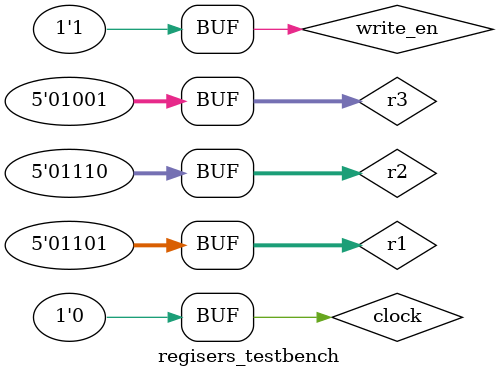
<source format=v>
`define DELAY 20
module regisers_testbench();
reg				clock,
					write_en;
reg	[4:0]		r1,
					r2,
					r3;
wire	[31:0]	rs,
					rt;

register testdata	(rs, rt, r1, r2, r3, rs, write_en, clock);


initial begin
	write_en = 1'b1;
	clock = 1'b0;
	r1 = 5'b00001;
	r2 = 5'b00010;
	r3 = 5'b00001;
	
	#`DELAY;
	clock = ~clock;
	#`DELAY;
	clock = ~clock;
	r1 = 5'b00011;
	r2 = 5'b00100;
	
	#`DELAY;
	clock = ~clock;
	#`DELAY;
	clock = ~clock;
	r1 = 5'b00101;
	r2 = 5'b00110;
	r3 = 5'b00000;
	
	#`DELAY;
	clock = ~clock;
	#`DELAY;
	clock = ~clock;
	r1 = 5'b00111;
	r2 = 5'b01000;
	r3 = 5'b00101;
	write_en = ~write_en;
	#`DELAY;
	clock = ~clock;
	#`DELAY;
	clock = ~clock;
	
	r1 = 5'b01001;
	r2 = 5'b01010;
	r3 = 5'b01001;
	#`DELAY;
	clock = ~clock;
	#`DELAY;
	clock = ~clock;
	r1 = 5'b01011;
	r2 = 5'b01100;
	
	#`DELAY;
	clock = ~clock;
	#`DELAY;
	clock = ~clock;
	
	write_en = ~write_en;
	r1 = 5'b01101;
	r2 = 5'b01110;
	
	#`DELAY;
	clock = ~clock;
	#`DELAY;
	clock = ~clock;
end
 
 
initial
begin
$monitor("time = %1b, R[%1b]=%1b, R[%1b]=%1b, R[%1b]=%1b, write enable = %1b", clock, r1, rs, r2, rt, r3, testdata.regs[r3], write_en);
end
 
endmodule
</source>
